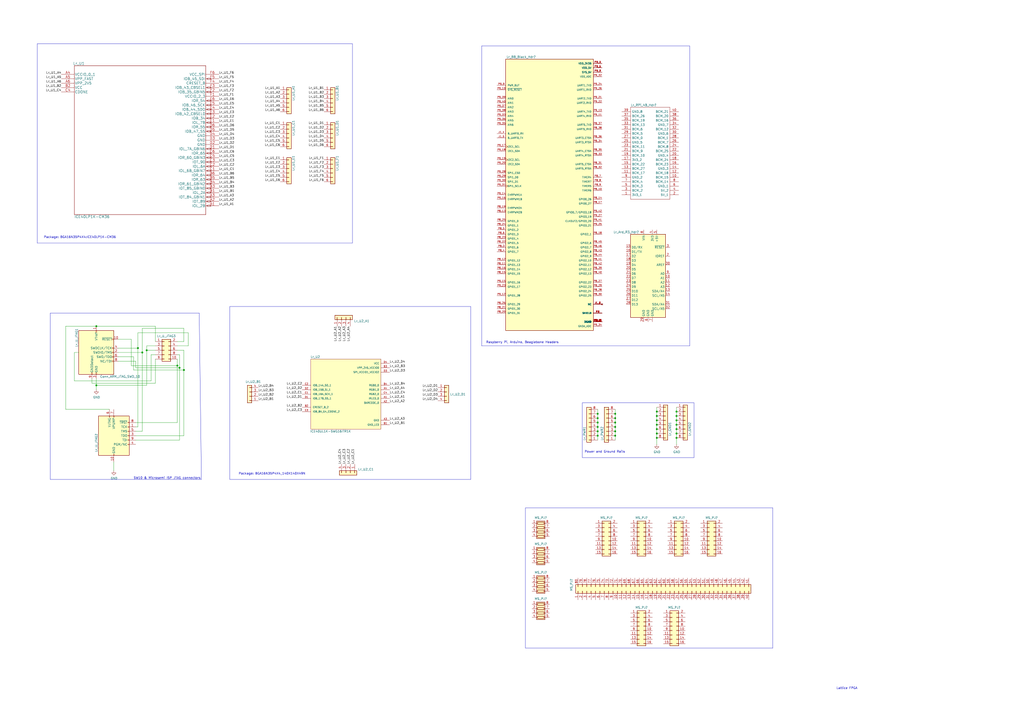
<source format=kicad_sch>
(kicad_sch (version 20230121) (generator eeschema)
  (paper "A2")
  (junction (at 346.71 252.73))
  (junction (at 356.87 242.57))
  (junction (at 346.71 245.11))
  (junction (at 392.43 254))
  (junction (at 392.43 248.92))
  (junction (at 55.88 189.23))
  (junction (at 104.14 213.36))
  (junction (at 82.55 204.47))
  (junction (at 392.43 243.84))
  (junction (at 356.87 250.19))
  (junction (at 381 243.84))
  (junction (at 80.01 201.93))
  (junction (at 381 248.92))
  (junction (at 106.68 214.63))
  (junction (at 356.87 252.73))
  (junction (at 381 241.3))
  (junction (at 392.43 251.46))
  (junction (at 85.09 203.2))
  (junction (at 392.43 241.3))
  (junction (at 392.43 246.38))
  (junction (at 381 251.46))
  (junction (at 381 246.38))
  (junction (at 356.87 247.65))
  (junction (at 381 238.76))
  (junction (at 356.87 240.03))
  (junction (at 102.87 212.09))
  (junction (at 55.88 223.52))
  (junction (at 346.71 240.03))
  (junction (at 381 254))
  (junction (at 392.43 238.76))
  (junction (at 356.87 245.11))
  (junction (at 346.71 247.65))
  (junction (at 346.71 242.57))
  (junction (at 346.71 250.19))
  (wire (pts (xy 90.17 222.25) (xy 90.17 208.28)))
  (wire (pts (xy 66.04 267.97) (xy 66.04 273.05)))
  (wire (pts (xy 90.17 189.23) (xy 90.17 198.12)))
  (polyline (pts (xy 279.4 200.66) (xy 400.05 200.66)))
  (wire (pts (xy 102.87 212.09) (xy 102.87 208.28)))
  (wire (pts (xy 346.71 240.03) (xy 346.71 242.57)))
  (wire (pts (xy 392.43 251.46) (xy 392.43 254)))
  (polyline (pts (xy 21.59 140.97) (xy 21.59 25.4)))
  (polyline (pts (xy 304.8 294.64) (xy 448.31 294.64)))
  (wire (pts (xy 381 254) (xy 381 257.81)))
  (wire (pts (xy 392.43 236.22) (xy 392.43 238.76)))
  (wire (pts (xy 381 243.84) (xy 381 246.38)))
  (polyline (pts (xy 337.82 265.43) (xy 337.82 233.68)))
  (polyline (pts (xy 400.05 200.66) (xy 400.05 26.67)))
  (wire (pts (xy 77.47 207.01) (xy 77.47 214.63)))
  (wire (pts (xy 68.58 207.01) (xy 77.47 207.01)))
  (wire (pts (xy 102.87 245.11) (xy 78.74 245.11)))
  (wire (pts (xy 106.68 214.63) (xy 106.68 252.73)))
  (wire (pts (xy 109.22 200.66) (xy 109.22 193.04)))
  (polyline (pts (xy 448.31 375.92) (xy 304.8 375.92)))
  (wire (pts (xy 381 236.22) (xy 381 238.76)))
  (wire (pts (xy 392.43 238.76) (xy 392.43 241.3)))
  (wire (pts (xy 38.1 189.23) (xy 55.88 189.23)))
  (wire (pts (xy 90.17 203.2) (xy 85.09 203.2)))
  (polyline (pts (xy 273.05 278.13) (xy 133.35 278.13)))
  (wire (pts (xy 38.1 237.49) (xy 38.1 189.23)))
  (polyline (pts (xy 400.05 26.67) (xy 279.4 26.67)))
  (polyline (pts (xy 337.82 233.68) (xy 402.59 233.68)))
  (wire (pts (xy 43.18 204.47) (xy 45.72 204.47)))
  (wire (pts (xy 104.14 213.36) (xy 104.14 255.27)))
  (wire (pts (xy 392.43 243.84) (xy 392.43 246.38)))
  (wire (pts (xy 55.88 223.52) (xy 55.88 219.71)))
  (wire (pts (xy 356.87 247.65) (xy 356.87 250.19)))
  (wire (pts (xy 68.58 201.93) (xy 80.01 201.93)))
  (wire (pts (xy 85.09 203.2) (xy 85.09 223.52)))
  (wire (pts (xy 392.43 246.38) (xy 392.43 248.92)))
  (wire (pts (xy 102.87 200.66) (xy 109.22 200.66)))
  (wire (pts (xy 346.71 252.73) (xy 346.71 255.27)))
  (wire (pts (xy 381 251.46) (xy 381 254)))
  (wire (pts (xy 346.71 237.49) (xy 346.71 240.03)))
  (wire (pts (xy 356.87 242.57) (xy 356.87 245.11)))
  (wire (pts (xy 80.01 193.04) (xy 80.01 201.93)))
  (wire (pts (xy 102.87 212.09) (xy 102.87 245.11)))
  (polyline (pts (xy 273.05 177.8) (xy 273.05 278.13)))
  (wire (pts (xy 356.87 252.73) (xy 356.87 255.27)))
  (wire (pts (xy 356.87 250.19) (xy 356.87 252.73)))
  (wire (pts (xy 102.87 203.2) (xy 106.68 203.2)))
  (polyline (pts (xy 21.59 25.4) (xy 204.47 25.4)))
  (wire (pts (xy 82.55 190.5) (xy 82.55 204.47)))
  (wire (pts (xy 106.68 198.12) (xy 106.68 190.5)))
  (wire (pts (xy 102.87 205.74) (xy 104.14 205.74)))
  (polyline (pts (xy 204.47 140.97) (xy 21.59 140.97)))
  (polyline (pts (xy 115.57 181.61) (xy 116.84 278.13)))
  (wire (pts (xy 53.34 222.25) (xy 90.17 222.25)))
  (wire (pts (xy 87.63 205.74) (xy 87.63 220.98)))
  (wire (pts (xy 392.43 254) (xy 392.43 257.81)))
  (wire (pts (xy 346.71 250.19) (xy 346.71 252.73)))
  (wire (pts (xy 68.58 196.85) (xy 76.2 196.85)))
  (wire (pts (xy 85.09 223.52) (xy 55.88 223.52)))
  (wire (pts (xy 80.01 247.65) (xy 78.74 247.65)))
  (wire (pts (xy 346.71 242.57) (xy 346.71 245.11)))
  (polyline (pts (xy 304.8 375.92) (xy 304.8 294.64)))
  (wire (pts (xy 356.87 240.03) (xy 356.87 242.57)))
  (wire (pts (xy 76.2 212.09) (xy 102.87 212.09)))
  (polyline (pts (xy 133.35 177.8) (xy 273.05 177.8)))
  (wire (pts (xy 90.17 205.74) (xy 87.63 205.74)))
  (wire (pts (xy 109.22 193.04) (xy 80.01 193.04)))
  (wire (pts (xy 55.88 223.52) (xy 55.88 226.06)))
  (polyline (pts (xy 402.59 265.43) (xy 337.82 265.43)))
  (polyline (pts (xy 448.31 294.64) (xy 448.31 375.92)))
  (wire (pts (xy 77.47 214.63) (xy 106.68 214.63)))
  (wire (pts (xy 63.5 237.49) (xy 38.1 237.49)))
  (wire (pts (xy 82.55 204.47) (xy 82.55 250.19)))
  (polyline (pts (xy 29.21 181.61) (xy 115.57 181.61)))
  (wire (pts (xy 381 241.3) (xy 381 243.84)))
  (wire (pts (xy 43.18 220.98) (xy 43.18 204.47)))
  (wire (pts (xy 102.87 198.12) (xy 106.68 198.12)))
  (wire (pts (xy 346.71 247.65) (xy 346.71 250.19)))
  (wire (pts (xy 104.14 205.74) (xy 104.14 213.36)))
  (wire (pts (xy 87.63 220.98) (xy 43.18 220.98)))
  (wire (pts (xy 104.14 255.27) (xy 78.74 255.27)))
  (polyline (pts (xy 279.4 26.67) (xy 279.4 200.66)))
  (wire (pts (xy 68.58 209.55) (xy 78.74 209.55)))
  (wire (pts (xy 106.68 252.73) (xy 78.74 252.73)))
  (wire (pts (xy 392.43 248.92) (xy 392.43 251.46)))
  (wire (pts (xy 381 246.38) (xy 381 248.92)))
  (wire (pts (xy 106.68 190.5) (xy 82.55 190.5)))
  (wire (pts (xy 346.71 245.11) (xy 346.71 247.65)))
  (wire (pts (xy 356.87 237.49) (xy 356.87 240.03)))
  (polyline (pts (xy 116.84 278.13) (xy 29.21 278.13)))
  (wire (pts (xy 392.43 241.3) (xy 392.43 243.84)))
  (wire (pts (xy 85.09 200.66) (xy 85.09 203.2)))
  (wire (pts (xy 78.74 209.55) (xy 78.74 213.36)))
  (wire (pts (xy 68.58 204.47) (xy 82.55 204.47)))
  (wire (pts (xy 381 238.76) (xy 381 241.3)))
  (wire (pts (xy 381 248.92) (xy 381 251.46)))
  (wire (pts (xy 80.01 201.93) (xy 80.01 247.65)))
  (polyline (pts (xy 204.47 25.4) (xy 204.47 140.97)))
  (wire (pts (xy 356.87 245.11) (xy 356.87 247.65)))
  (wire (pts (xy 104.14 213.36) (xy 78.74 213.36)))
  (polyline (pts (xy 29.21 278.13) (xy 29.21 181.61)))
  (polyline (pts (xy 402.59 233.68) (xy 402.59 265.43)))
  (wire (pts (xy 55.88 189.23) (xy 90.17 189.23)))
  (polyline (pts (xy 133.35 278.13) (xy 133.35 177.8)))
  (wire (pts (xy 76.2 196.85) (xy 76.2 212.09)))
  (wire (pts (xy 85.09 200.66) (xy 90.17 200.66)))
  (wire (pts (xy 82.55 250.19) (xy 78.74 250.19)))
  (wire (pts (xy 53.34 219.71) (xy 53.34 222.25)))
  (wire (pts (xy 106.68 203.2) (xy 106.68 214.63)))
  (text "Package: BGA16N35P4X4_140X140X49N" (at 138.43 275.59 0) (effects (font (size 1.27 1.27)) (justify left bottom)))
  (text "Power and Ground Rails\n" (at 339.09 262.89 0) (effects (font (size 1.27 1.27)) (justify left bottom)))
  (text "Raspberry Pi, Arduino, Beaglebone Headers" (at 281.94 199.39 0) (effects (font (size 1.27 1.27)) (justify left bottom)))
  (text "Package: BGA16N35P4X4:ICE40LP1K-CM36" (at 25.4 138.43 0) (effects (font (size 1.27 1.27)) (justify left bottom)))
  (text "Lattice FPGA\n" (at 485.14 400.05 0) (effects (font (size 1.27 1.27)) (justify left bottom)))
  (text "SW10 & Microsemi ISP JTAG connectors" (at 77.47 278.13 0) (effects (font (size 1.27 1.27)) (justify left bottom)))
  (label "Lr_U1_C5" (at 127 91.44 0))
  (label "Lr_U2_C2" (at 175.26 223.52 180))
  (label "Lr_U1_B2" (at 35.56 50.8 180))
  (label "Lr_U1_E4" (at 162.56 100.33 180))
  (label "Lr_U1_A3" (at 162.56 57.15 180))
  (label "Lr_U2_D4" (at 254 232.41 180))
  (label "Lr_U1_C1" (at 127 99.06 0))
  (label "Lr_U2_A3" (at 226.06 243.84 0))
  (label "Lr_U1_E2" (at 162.56 95.25 180))
  (label "Lr_U2_B4" (at 226.06 223.52 0))
  (label "Lr_U2_D1" (at 175.26 231.14 180))
  (label "Lr_U1_C4" (at 35.56 53.34 180))
  (label "Lr_U1_D5" (at 127 76.2 0))
  (label "Lr_U1_F5" (at 187.96 102.87 180))
  (label "Lr_U2_B1" (at 226.06 246.38 0))
  (label "Lr_U1_E1" (at 162.56 92.71 180))
  (label "Lr_U1_A5" (at 35.56 45.72 180))
  (label "Lr_U1_E3" (at 127 66.04 0))
  (label "Lr_U1_A4" (at 35.56 43.18 180))
  (label "Lr_U1_D3" (at 127 81.28 0))
  (label "Lr_U1_B4" (at 127 106.68 0))
  (label "Lr_U1_A3" (at 127 114.3 0))
  (label "Lr_U1_A1" (at 127 119.38 0))
  (label "Lr_U2_A2" (at 226.06 233.68 0))
  (label "Lr_U2_C1" (at 205.74 269.24 90))
  (label "Lr_U1_F3" (at 127 50.8 0))
  (label "Lr_U1_B5" (at 187.96 62.23 180))
  (label "Lr_U2_B3" (at 149.86 227.33 0))
  (label "Lr_U1_F6" (at 187.96 105.41 180))
  (label "Lr_U1_D3" (at 187.96 77.47 180))
  (label "Lr_U1_A6" (at 162.56 64.77 180))
  (label "Lr_U1_E6" (at 162.56 105.41 180))
  (label "Lr_U2_B2" (at 175.26 236.22 180))
  (label "Lr_U2_B3" (at 226.06 213.36 0))
  (label "Lr_U2_A1" (at 226.06 231.14 0))
  (label "Lr_U1_D6" (at 127 73.66 0))
  (label "Lr_U1_A1" (at 162.56 52.07 180))
  (label "Lr_U2_B2" (at 149.86 229.87 0))
  (label "Lr_U1_B4" (at 187.96 59.69 180))
  (label "Lr_U2_D3" (at 254 229.87 180))
  (label "Lr_U1_C6" (at 127 88.9 0))
  (label "Lr_U1_C2" (at 162.56 74.93 180))
  (label "Lr_U1_B1" (at 127 111.76 0))
  (label "Lr_U1_F2" (at 187.96 95.25 180))
  (label "Lr_U1_B3" (at 187.96 57.15 180))
  (label "Lr_U1_F4" (at 127 48.26 0))
  (label "Lr_U1_C2" (at 127 96.52 0))
  (label "Lr_U1_C3" (at 127 93.98 0))
  (label "Lr_U2_C2" (at 203.2 269.24 90))
  (label "Lr_U1_F5" (at 127 45.72 0))
  (label "Lr_U1_D4" (at 187.96 80.01 180))
  (label "Lr_U1_D2" (at 127 83.82 0))
  (label "Lr_U1_D1" (at 187.96 72.39 180))
  (label "Lr_U1_C1" (at 162.56 72.39 180))
  (label "Lr_U1_A6" (at 35.56 48.26 180))
  (label "Lr_U1_D4" (at 127 78.74 0))
  (label "Lr_U2_D3" (at 226.06 215.9 0))
  (label "Lr_U2_C3" (at 200.66 269.24 90))
  (label "Lr_U1_E5" (at 162.56 102.87 180))
  (label "Lr_U2_A3" (at 200.66 189.23 270))
  (label "Lr_U1_F1" (at 187.96 92.71 180))
  (label "Lr_U2_C3" (at 175.26 238.76 180))
  (label "Lr_U2_C4" (at 198.12 269.24 90))
  (label "Lr_U1_C5" (at 162.56 82.55 180))
  (label "Lr_U2_B1" (at 149.86 232.41 0))
  (label "Lr_U1_A2" (at 127 116.84 0))
  (label "Lr_U1_E6" (at 127 58.42 0))
  (label "Lr_U1_F4" (at 187.96 100.33 180))
  (label "Lr_U1_A4" (at 162.56 59.69 180))
  (label "Lr_U1_A5" (at 162.56 62.23 180))
  (label "Lr_U1_B3" (at 127 109.22 0))
  (label "Lr_U2_C4" (at 226.06 228.6 0))
  (label "Lr_U1_C3" (at 162.56 77.47 180))
  (label "Lr_U1_C4" (at 162.56 80.01 180))
  (label "Lr_U1_C6" (at 162.56 85.09 180))
  (label "Lr_U2_D4" (at 226.06 210.82 0))
  (label "Lr_U2_B4" (at 149.86 224.79 0))
  (label "Lr_U2_A4" (at 226.06 226.06 0))
  (label "Lr_U1_E3" (at 162.56 97.79 180))
  (label "Lr_U1_E1" (at 127 71.12 0))
  (label "Lr_U1_A2" (at 162.56 54.61 180))
  (label "Lr_U1_D6" (at 187.96 85.09 180))
  (label "Lr_U2_D1" (at 254 224.79 180))
  (label "Lr_U1_F1" (at 127 55.88 0))
  (label "Lr_U1_D5" (at 187.96 82.55 180))
  (label "Lr_U1_B6" (at 187.96 64.77 180))
  (label "Lr_U1_B2" (at 187.96 54.61 180))
  (label "Lr_U2_A1" (at 195.58 189.23 270))
  (label "Lr_U1_D2" (at 187.96 74.93 180))
  (label "Lr_U2_D2" (at 254 227.33 180))
  (label "Lr_U1_F6" (at 127 43.18 0))
  (label "Lr_U1_E2" (at 127 68.58 0))
  (label "Lr_U1_E5" (at 127 60.96 0))
  (label "Lr_U2_A2" (at 198.12 189.23 270))
  (label "Lr_U2_D2" (at 175.26 226.06 180))
  (label "Lr_U2_A4" (at 203.2 189.23 270))
  (label "Lr_U1_B1" (at 187.96 52.07 180))
  (label "Lr_U1_F3" (at 187.96 97.79 180))
  (label "Lr_U2_C1" (at 175.26 228.6 180))
  (label "Lr_U1_E4" (at 127 63.5 0))
  (label "Lr_U1_F2" (at 127 53.34 0))
  (label "Lr_U1_D1" (at 127 86.36 0))
  (label "Lr_U1_B6" (at 127 101.6 0))
  (label "Lr_U1_B5" (at 127 104.14 0))
  (symbol (lib_id "FPGAs-Ard_RPi_BB-rescue:ICE40LP1K-CM36-2021-11-13_10-35-23") (at 35.56 43.18 0) (unit 1)
    (property "Reference" "Lr_U1" (at 45.72 36.83 0) (effects (font (size 1.524 1.524))))
    (property "Value" "ICE40LP1K-CM36" (at 53.34 125.73 0) (effects (font (size 1.524 1.524))))
    (property "Footprint" "ICE40UL1K-BGA16N35P4X4:ICE40LP1K-CM36" (effects hide))
  )
  (symbol (lib_id "FPGAs-Ard_RPi_BB-rescue:ICE40UL1K-SWG16ITR1K-ICE40UL1K-SWG16ITR1K") (at 200.66 228.6 0) (unit 1)
    (property "Reference" "Lr_U2" (at 182.88 207.01 0))
    (property "Value" "ICE40UL1K-SWG16ITR1K" (at 191.77 250.19 0))
    (property "Footprint" "ICE40UL1K-SWG16ITR1K:BGA16N35P4X4_140X140X49N" (effects hide))
    (property "STANDARD" "IPC-7351B" (effects hide))
    (property "PARTREV" "1.4" (effects hide))
    (property "MANUFACTURER" "Lattice Semiconductor" (effects hide))
    (property "MAXIMUM_PACKAGE_HEIGHT" "0.491mm" (effects hide))
  )
  (symbol (lib_id "MCU_Module:Arduino_UNO_R3") (at 375.92 158.75 0) (unit 1)
    (property "Reference" "Lr_Ard_R3_Hdr?" (at 363.22 134.62 0))
    (property "Value" "Arduino_UNO_R3" (effects hide))
    (property "Footprint" "Module:Arduino_UNO_R3" (effects hide))
    (property "Datasheet" "https://www.arduino.cc/en/Main/arduinoBoardUno" (effects hide))
    (instances (project "FPGAs-Ard_RPi_BB" (path "" (reference "Lr_Ard_R3_Hdr?") (unit 1)) (path "" (reference "Lr_Ard_R3_Hdr?") (unit 1)) (path "" (reference "Lr_Ard_R3_Hdr?") (unit 1)) (path "" (reference "Lr_Ard_R3_Hdr1") (unit 1)) (path "" (reference "Lr_Ard_R3_Hdr?") (unit 1))))
  )
  (symbol (lib_id "FPGAs-Ard_RPi_BB-rescue:RASPBERRY_PI_4B_+_Samtec_ESP-120-33-G-D-RASPBERRY_PI_4B_+_Samtec_ESP-1") (at 360.68 64.77 0) (unit 1)
    (property "Reference" "Lr_RPi_4B_Hdr?" (at 373.38 60.96 0))
    (property "Value" "RASPBERRY_PI_4B_+_Samtec_ESP-120-33-G-D" (effects hide))
    (property "Footprint" "RASPBERRY_PI_4B_+_Samtec_ESP-1:RASPBERRYPI4B4GB" (effects hide))
    (property "Datasheet" "https://www.raspberrypi.org/documentation/hardware/raspberrypi/mechanical/rpi_MECH_4b_4p0.pdf" (effects hide))
    (property "Description" "RASPBERRY PI 4 MODEL B with Samtec ESP-120-33-G-D connector drawn from underneath for use as a plug in module." (effects hide))
    (property "Height" "24.3" (effects hide))
    (property "Manufacturer_Name" "RASPBERRY-PI" (effects hide))
    (property "Manufacturer_Part_Number" "RASPBERRY PI 4B + Samtec ESP-120-33-G-D" (effects hide))
    (instances (project "FPGAs-Ard_RPi_BB" (path "" (reference "Lr_RPi_4B_Hdr?") (unit 1)) (path "" (reference "Lr_RPi_4B_Hdr?") (unit 1)) (path "" (reference "Lr_RPi_4B_Hdr?") (unit 1)) (path "" (reference "Lr_RPi_4B_Hdr1") (unit 1)) (path "" (reference "Lr_RPi_4B_Hdr?") (unit 1))))
  )
  (symbol (lib_id "FPGAs-Ard_RPi_BB-rescue:BEAGLEBONEBLACK-BEAGLEBONEBLACK") (at 318.77 113.03 0) (unit 1)
    (property "Reference" "Lr_BB_Black_Hdr?" (at 302.26 33.02 0))
    (property "Value" "BEAGLEBONEBLACK" (effects hide))
    (property "Footprint" "BEAGLEBONEBLACK:MODULE_BEAGLEBONEBLACK" (effects hide))
    (property "MANUFACTURER" "Bearings Limited" (effects hide))
    (property "MAXIMUM_PACKAGE_HEIGHT" "4.76 mm" (effects hide))
    (property "PARTREV" "C" (effects hide))
    (property "STANDARD" "Manufacturer Recommendations" (effects hide))
    (instances (project "FPGAs-Ard_RPi_BB" (path "" (reference "Lr_BB_Black_Hdr?") (unit 1)) (path "" (reference "Lr_BB_Black_Hdr?") (unit 1)) (path "" (reference "Lr_BB_Black_Hdr?") (unit 1)) (path "" (reference "Lr_BB_Black_Hdr1") (unit 1)) (path "" (reference "Lr_BB_Black_Hdr?") (unit 1))))
  )
  (symbol (lib_id "Connector_Generic:Conn_02x08_Odd_Even") (at 370.84 311.15 0) (unit 1)
    (property "Reference" "MS_PJ?" (at 372.11 300.355 0))
    (property "Value" "Conn_02x08_Odd_Even" (effects hide))
    (property "Footprint" "Connector_PinHeader_1.00mm:PinHeader_2x08_P1.00mm_Vertical_SMD" (effects hide))
    (instances (project "FPGAs-Ard_RPi_BB" (path "" (reference "MS_PJ?") (unit 1)) (path "" (reference "MS_PJ?") (unit 1)) (path "" (reference "Lr_PJ3") (unit 1)) (path "" (reference "MS_PJ?") (unit 1)) (path "" (reference "MS_PJ?") (unit 1)) (path "" (reference "MS_PJ?") (unit 1))))
  )
  (symbol (lib_id "Connector_Generic:Conn_02x08_Odd_Even") (at 392.43 311.15 0) (unit 1)
    (property "Reference" "MS_PJ?" (at 393.7 300.355 0))
    (property "Value" "Conn_02x08_Odd_Even" (effects hide))
    (property "Footprint" "Connector_PinHeader_1.00mm:PinHeader_2x08_P1.00mm_Vertical_SMD" (effects hide))
    (instances (project "FPGAs-Ard_RPi_BB" (path "" (reference "MS_PJ?") (unit 1)) (path "" (reference "MS_PJ?") (unit 1)) (path "" (reference "Lr_PJ4") (unit 1)) (path "" (reference "MS_PJ?") (unit 1)) (path "" (reference "MS_PJ?") (unit 1)) (path "" (reference "MS_PJ?") (unit 1))))
  )
  (symbol (lib_id "Connector_Generic:Conn_02x08_Odd_Even") (at 411.48 311.15 0) (unit 1)
    (property "Reference" "MS_PJ?" (at 412.75 300.355 0))
    (property "Value" "Conn_02x08_Odd_Even" (effects hide))
    (property "Footprint" "Connector_PinHeader_1.00mm:PinHeader_2x08_P1.00mm_Vertical_SMD" (effects hide))
    (instances (project "FPGAs-Ard_RPi_BB" (path "" (reference "MS_PJ?") (unit 1)) (path "" (reference "MS_PJ?") (unit 1)) (path "" (reference "Lr_PJ5") (unit 1)) (path "" (reference "MS_PJ?") (unit 1)) (path "" (reference "MS_PJ?") (unit 1)) (path "" (reference "MS_PJ?") (unit 1))))
  )
  (symbol (lib_id "Connector_Generic:Conn_02x40_Counter_Clockwise") (at 383.54 342.9 90) (unit 1)
    (property "Reference" "MS_PJ?" (at 331.47 342.9 0) (effects (justify left)))
    (property "Value" "Conn_02x40_Counter_Clockwise" (effects hide))
    (property "Footprint" "Connector_PinHeader_1.00mm:PinHeader_2x40_P1.00mm_Vertical_SMD" (effects hide))
    (instances (project "FPGAs-Ard_RPi_BB" (path "" (reference "MS_PJ?") (unit 1)) (path "" (reference "MS_PJ?") (unit 1)) (path "" (reference "Lr_PJ1") (unit 1)) (path "" (reference "MS_PJ?") (unit 1)) (path "" (reference "MS_PJ?") (unit 1)) (path "" (reference "MS_PJ?") (unit 1))))
  )
  (symbol (lib_id "Connector_Generic:Conn_02x08_Odd_Even") (at 350.52 311.15 0) (unit 1)
    (property "Reference" "MS_PJ?" (at 351.79 300.355 0))
    (property "Value" "Conn_02x08_Odd_Even" (effects hide))
    (property "Footprint" "Connector_PinHeader_1.00mm:PinHeader_2x08_P1.00mm_Vertical_SMD" (effects hide))
    (instances (project "FPGAs-Ard_RPi_BB" (path "" (reference "MS_PJ?") (unit 1)) (path "" (reference "MS_PJ?") (unit 1)) (path "" (reference "Lr_PJ2") (unit 1)) (path "" (reference "MS_PJ?") (unit 1)) (path "" (reference "MS_PJ?") (unit 1)) (path "" (reference "MS_PJ?") (unit 1))))
  )
  (symbol (lib_id "Device:R_Pack04") (at 313.69 308.61 270) (unit 1)
    (property "Reference" "MS_PJ?" (at 313.69 300.355 90))
    (property "Value" "R_Pack04" (effects hide))
    (property "Footprint" "Resistor_SMD:R_Array_Convex_4x0603" (effects hide))
    (instances (project "FPGAs-Ard_RPi_BB" (path "" (reference "MS_PJ?") (unit 1)) (path "" (reference "Lr_PJ8") (unit 1)) (path "" (reference "MS_PJ?") (unit 1)) (path "" (reference "MS_PJ?") (unit 1))))
  )
  (symbol (lib_id "Connector_Generic:Conn_02x08_Odd_Even") (at 370.84 363.22 0) (unit 1)
    (property "Reference" "MS_PJ?" (at 372.11 352.425 0))
    (property "Value" "Conn_02x08_Odd_Even" (effects hide))
    (property "Footprint" "Connector_PinHeader_1.00mm:PinHeader_2x08_P1.00mm_Vertical_SMD" (effects hide))
    (instances (project "FPGAs-Ard_RPi_BB" (path "" (reference "MS_PJ?") (unit 1)) (path "" (reference "MS_PJ?") (unit 1)) (path "" (reference "Lr_PJ6") (unit 1)) (path "" (reference "MS_PJ?") (unit 1)) (path "" (reference "MS_PJ?") (unit 1)) (path "" (reference "MS_PJ?") (unit 1))))
  )
  (symbol (lib_id "Connector_Generic:Conn_02x08_Odd_Even") (at 389.89 363.22 0) (unit 1)
    (property "Reference" "MS_PJ?" (at 391.16 352.425 0))
    (property "Value" "Conn_02x08_Odd_Even" (effects hide))
    (property "Footprint" "Connector_PinHeader_1.00mm:PinHeader_2x08_P1.00mm_Vertical_SMD" (effects hide))
    (instances (project "FPGAs-Ard_RPi_BB" (path "" (reference "MS_PJ?") (unit 1)) (path "" (reference "MS_PJ?") (unit 1)) (path "" (reference "Lr_PJ7") (unit 1)) (path "" (reference "MS_PJ?") (unit 1)) (path "" (reference "MS_PJ?") (unit 1)) (path "" (reference "MS_PJ?") (unit 1))))
  )
  (symbol (lib_id "Device:R_Pack04") (at 313.69 323.85 270) (unit 1)
    (property "Reference" "MS_PJ?" (at 313.69 315.595 90))
    (property "Value" "R_Pack04" (effects hide))
    (property "Footprint" "Resistor_SMD:R_Array_Convex_4x0603" (effects hide))
    (instances (project "FPGAs-Ard_RPi_BB" (path "" (reference "MS_PJ?") (unit 1)) (path "" (reference "Lr_PJ9") (unit 1)) (path "" (reference "MS_PJ?") (unit 1)) (path "" (reference "MS_PJ?") (unit 1))))
  )
  (symbol (lib_id "Device:R_Pack04") (at 313.69 340.36 270) (unit 1)
    (property "Reference" "MS_PJ?" (at 313.69 332.105 90))
    (property "Value" "R_Pack04" (effects hide))
    (property "Footprint" "Resistor_SMD:R_Array_Convex_4x0603" (effects hide))
    (instances (project "FPGAs-Ard_RPi_BB" (path "" (reference "MS_PJ?") (unit 1)) (path "" (reference "Lr_PJ10") (unit 1)) (path "" (reference "MS_PJ?") (unit 1)) (path "" (reference "MS_PJ?") (unit 1))))
  )
  (symbol (lib_id "Device:R_Pack04") (at 313.69 355.6 270) (unit 1)
    (property "Reference" "MS_PJ?" (at 313.69 347.345 90))
    (property "Value" "R_Pack04" (effects hide))
    (property "Footprint" "Resistor_SMD:R_Array_Convex_4x0603" (effects hide))
    (instances (project "FPGAs-Ard_RPi_BB" (path "" (reference "MS_PJ?") (unit 1)) (path "" (reference "Lr_PJ11") (unit 1)) (path "" (reference "MS_PJ?") (unit 1)) (path "" (reference "MS_PJ?") (unit 1))))
  )
  (symbol (lib_id "Connector_Generic:Conn_01x08") (at 341.63 247.65 180) (unit 1)
    (property "Reference" "Lr_PWR1" (at 339.09 251.46 90))
    (property "Value" "Conn_01x08" (effects hide))
    (property "Footprint" "Connector_PinHeader_2.54mm:PinHeader_1x08_P2.54mm_Vertical" (effects hide))
    (instances (project "FPGAs-Ard_RPi_BB" (path "" (reference "Lr_PWR1") (unit 1)) (path "" (reference "GN_U2_PWR?") (unit 1))))
  )
  (symbol (lib_id "power:GND") (at 381 257.81 0) (unit 1)
    (property "Reference" "#PWR?" (effects hide))
    (property "Value" "GND" (at 381.127 262.2042 0))
    (instances (project "FPGAs-Ard_RPi_BB" (path "" (reference "#PWR?") (unit 1)) (path "" (reference "#PWR0103") (unit 1)) (path "" (reference "#PWR?") (unit 1))))
  )
  (symbol (lib_id "Connector_Generic:Conn_01x08") (at 386.08 243.84 0) (unit 1)
    (property "Reference" "Lr_GND1" (at 388.62 248.92 90))
    (property "Value" "Conn_01x08" (effects hide))
    (property "Footprint" "Connector_PinHeader_2.54mm:PinHeader_1x08_P2.54mm_Vertical" (effects hide))
    (instances (project "FPGAs-Ard_RPi_BB" (path "" (reference "Lr_GND1") (unit 1)) (path "" (reference "GN_U2_GND?") (unit 1))))
  )
  (symbol (lib_id "Connector_Generic:Conn_01x08") (at 351.79 247.65 180) (unit 1)
    (property "Reference" "Lr_PWR2" (at 349.25 251.46 90))
    (property "Value" "Conn_01x08" (effects hide))
    (property "Footprint" "Connector_PinHeader_2.54mm:PinHeader_1x08_P2.54mm_Vertical" (effects hide))
    (instances (project "FPGAs-Ard_RPi_BB" (path "" (reference "Lr_PWR2") (unit 1)) (path "" (reference "GN_U2_PWR?") (unit 1))))
  )
  (symbol (lib_id "power:GND") (at 392.43 257.81 0) (unit 1)
    (property "Reference" "#PWR?" (effects hide))
    (property "Value" "GND" (at 392.557 262.2042 0))
    (instances (project "FPGAs-Ard_RPi_BB" (path "" (reference "#PWR?") (unit 1)) (path "" (reference "#PWR0104") (unit 1)) (path "" (reference "#PWR?") (unit 1))))
  )
  (symbol (lib_id "Connector_Generic:Conn_01x08") (at 397.51 243.84 0) (unit 1)
    (property "Reference" "Lr_GND2" (at 400.05 248.92 90))
    (property "Value" "Conn_01x08" (effects hide))
    (property "Footprint" "Connector_PinHeader_2.54mm:PinHeader_1x08_P2.54mm_Vertical" (effects hide))
    (instances (project "FPGAs-Ard_RPi_BB" (path "" (reference "Lr_GND2") (unit 1)) (path "" (reference "GN_U2_GND?") (unit 1))))
  )
  (symbol (lib_id "power:GND") (at 66.04 273.05 0) (unit 1)
    (property "Reference" "#PWR?" (effects hide))
    (property "Value" "GND" (at 66.167 277.4442 0))
    (instances (project "FPGAs-Ard_RPi_BB" (path "" (reference "#PWR?") (unit 1)) (path "" (reference "#PWR06") (unit 1)) (path "" (reference "#PWR?") (unit 1))))
  )
  (symbol (lib_id "Connector:Microsemi_FlashPro-JTAG-10") (at 66.04 252.73 0) (unit 1)
    (property "Reference" "Lr_U_JTAG2" (at 55.88 251.46 90) (effects (justify right)))
    (property "Value" "Microsemi_FlashPro-JTAG-10" (effects hide))
    (property "Footprint" "Connector_PinSocket_2.54mm:PinSocket_2x04_P2.54mm_Vertical" (effects hide))
    (property "Datasheet" "https://www.microsemi.com/document-portal/doc_view/129973-lpf-ac386-an" (effects hide))
    (instances (project "FPGAs-Ard_RPi_BB" (path "" (reference "Lr_U_JTAG2") (unit 1)) (path "" (reference "Lr_U_JTAG?") (unit 1))))
  )
  (symbol (lib_id "Connector_Generic:Conn_02x05_Odd_Even") (at 95.25 203.2 0) (unit 1)
    (property "Reference" "Lr_U_JTAG3" (at 96.52 194.945 0))
    (property "Value" "Conn_02x05_Odd_Even" (effects hide))
    (property "Footprint" "Connector_PinSocket_1.27mm:PinSocket_2x05_P1.27mm_Vertical" (effects hide))
    (instances (project "FPGAs-Ard_RPi_BB" (path "" (reference "Lr_U_JTAG3") (unit 1)) (path "" (reference "Lr_U_JTAG?") (unit 1))))
  )
  (symbol (lib_id "power:GND") (at 55.88 226.06 0) (unit 1)
    (property "Reference" "#PWR?" (effects hide))
    (property "Value" "GND" (at 56.007 230.4542 0))
    (instances (project "FPGAs-Ard_RPi_BB" (path "" (reference "#PWR?") (unit 1)) (path "" (reference "#PWR05") (unit 1)) (path "" (reference "#PWR?") (unit 1))))
  )
  (symbol (lib_id "Connector:Conn_ARM_JTAG_SWD_10") (at 55.88 204.47 0) (unit 1)
    (property "Reference" "Lr_U_JTAG1" (at 44.45 190.5 90) (effects (justify right)))
    (property "Value" "Conn_ARM_JTAG_SWD_10" (at 81.28 218.44 0) (effects (justify right)))
    (property "Footprint" "JTAG_Connector:Tag-Connect_TC2050-IDC-FP_2x05_P1.27mm_Vertical" (effects hide))
    (property "Datasheet" "http://infocenter.arm.com/help/topic/com.arm.doc.ddi0314h/DDI0314H_coresight_components_trm.pdf" (effects hide))
    (instances (project "FPGAs-Ard_RPi_BB" (path "" (reference "Lr_U_JTAG1") (unit 1)) (path "" (reference "Lr_U_JTAG?") (unit 1))))
  )
  (symbol (lib_id "Connector_Generic:Conn_01x04") (at 198.12 184.15 90) (unit 1)
    (property "Reference" "Lr_U2_A1" (at 205.4352 186.2328 90) (effects (justify right)))
    (property "Value" "Conn_01x04" (effects hide))
    (property "Footprint" "Connector_PinHeader_2.54mm:PinHeader_1x04_P2.54mm_Vertical" (effects hide))
  )
  (symbol (lib_id "Connector_Generic:Conn_01x04") (at 259.08 227.33 0) (unit 1)
    (property "Reference" "Lr_U2_D1" (at 261.112 228.7016 0) (effects (justify left)))
    (property "Value" "Conn_01x04" (effects hide))
    (property "Footprint" "Connector_PinHeader_2.54mm:PinHeader_1x04_P2.54mm_Vertical" (effects hide))
  )
  (symbol (lib_id "Connector_Generic:Conn_01x04") (at 203.2 274.32 270) (unit 1)
    (property "Reference" "Lr_U2_C1" (at 207.772 272.2372 90) (effects (justify left)))
    (property "Value" "Conn_01x04" (effects hide))
    (property "Footprint" "Connector_PinHeader_2.54mm:PinHeader_1x04_P2.54mm_Vertical" (effects hide))
  )
  (symbol (lib_id "Connector_Generic:Conn_01x04") (at 144.78 229.87 180) (unit 1)
    (property "Reference" "Lr_U2_B1" (at 146.8628 221.4118 0))
    (property "Value" "Conn_01x04" (effects hide))
    (property "Footprint" "Connector_PinHeader_2.54mm:PinHeader_1x04_P2.54mm_Vertical" (effects hide))
  )
  (symbol (lib_id "Connector_Generic:Conn_01x06") (at 167.64 57.15 0) (unit 1)
    (property "Reference" "Lr_U1_A1" (at 170.18 58.42 90) (effects (justify left)))
    (property "Value" "Conn_01x06" (effects hide))
    (property "Footprint" "Connector_PinHeader_2.54mm:PinHeader_1x06_P2.54mm_Vertical" (effects hide))
  )
  (symbol (lib_id "Connector_Generic:Conn_01x06") (at 167.64 77.47 0) (unit 1)
    (property "Reference" "Lr_U1_C1" (at 170.18 78.74 90) (effects (justify left)))
    (property "Value" "Conn_01x06" (effects hide))
    (property "Footprint" "Connector_PinHeader_2.54mm:PinHeader_1x06_P2.54mm_Vertical" (effects hide))
  )
  (symbol (lib_id "Connector_Generic:Conn_01x06") (at 167.64 97.79 0) (unit 1)
    (property "Reference" "Lr_U1_E1" (at 170.18 99.06 90) (effects (justify left)))
    (property "Value" "Conn_01x06" (effects hide))
    (property "Footprint" "Connector_PinHeader_2.54mm:PinHeader_1x06_P2.54mm_Vertical" (effects hide))
  )
  (symbol (lib_id "Connector_Generic:Conn_01x06") (at 193.04 57.15 0) (unit 1)
    (property "Reference" "Lr_U1_B1" (at 195.58 58.42 90) (effects (justify left)))
    (property "Value" "Conn_01x06" (effects hide))
    (property "Footprint" "Connector_PinHeader_2.54mm:PinHeader_1x06_P2.54mm_Vertical" (effects hide))
  )
  (symbol (lib_id "Connector_Generic:Conn_01x06") (at 193.04 77.47 0) (unit 1)
    (property "Reference" "Lr_U1_D1" (at 195.58 78.74 90) (effects (justify left)))
    (property "Value" "Conn_01x06" (effects hide))
    (property "Footprint" "Connector_PinHeader_2.54mm:PinHeader_1x06_P2.54mm_Vertical" (effects hide))
  )
  (symbol (lib_id "Connector_Generic:Conn_01x06") (at 193.04 97.79 0) (unit 1)
    (property "Reference" "Lr_U1_F1" (at 195.58 99.06 90) (effects (justify left)))
    (property "Value" "Conn_01x06" (effects hide))
    (property "Footprint" "Connector_PinHeader_2.54mm:PinHeader_1x06_P2.54mm_Vertical" (effects hide))
  )
)
</source>
